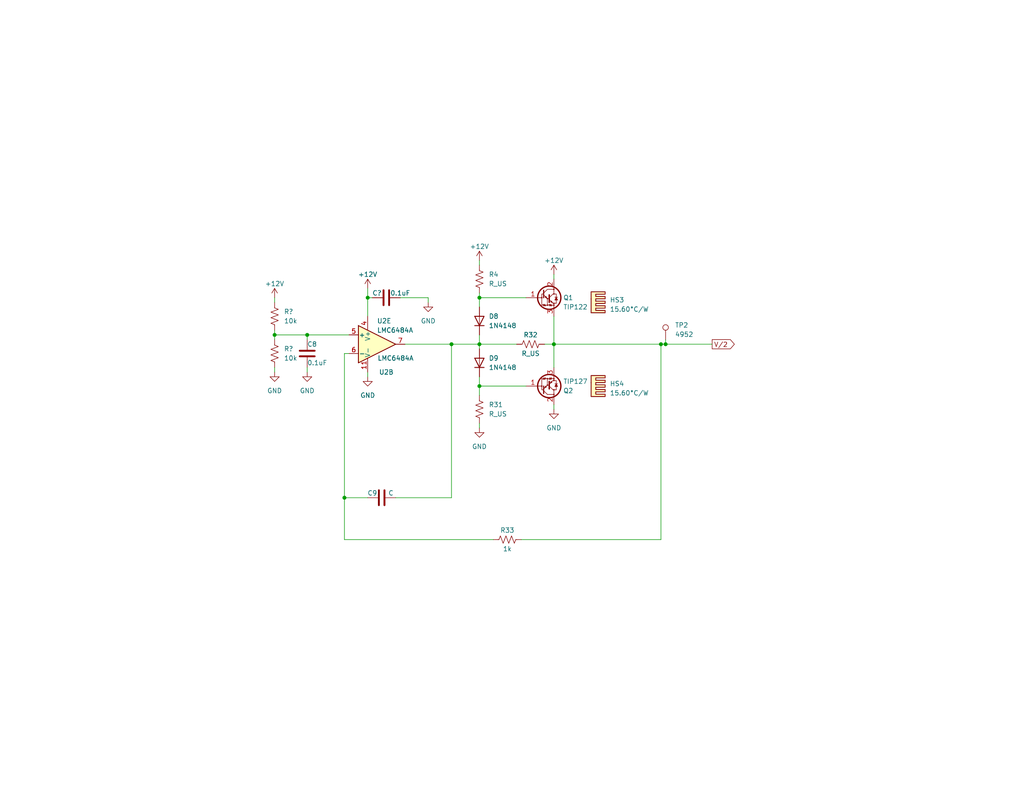
<source format=kicad_sch>
(kicad_sch (version 20230121) (generator eeschema)
  (paper "A")
  (title_block (date "2023-09-27") (rev "3") (comment 1 "Designed by Marek Newton"))
  (lib_symbols
    (symbol "Amplifier_Operational:LM6144xIx" (pin_names (offset 0.127))
      (property "Reference" "U" (at 0 5.08 0))
      (property "Value" "LM6144xIx" (at 0 -5.08 0))
      (symbol "LM6144xIx_1_1"
        (polyline (pts (xy -5.08 5.08) (xy 5.08 0) (xy -5.08 -5.08) (xy -5.08 5.08)) (stroke (width 0.254)) (fill (type background)))
        (pin output line (at 7.62 0 180) (length 2.54) (name "~") (number "1"))
        (pin input line (at -7.62 -2.54 0) (length 2.54) (name "-") (number "2"))
        (pin input line (at -7.62 2.54 0) (length 2.54) (name "+") (number "3"))
      )
      (symbol "LM6144xIx_2_1"
        (polyline (pts (xy -5.08 5.08) (xy 5.08 0) (xy -5.08 -5.08) (xy -5.08 5.08)) (stroke (width 0.254)) (fill (type background)))
        (pin input line (at -7.62 2.54 0) (length 2.54) (name "+") (number "5"))
        (pin input line (at -7.62 -2.54 0) (length 2.54) (name "-") (number "6"))
        (pin output line (at 7.62 0 180) (length 2.54) (name "~") (number "7"))
      )
      (symbol "LM6144xIx_3_1"
        (polyline (pts (xy -5.08 5.08) (xy 5.08 0) (xy -5.08 -5.08) (xy -5.08 5.08)) (stroke (width 0.254)) (fill (type background)))
        (pin input line (at -7.62 2.54 0) (length 2.54) (name "+") (number "10"))
        (pin output line (at 7.62 0 180) (length 2.54) (name "~") (number "8"))
        (pin input line (at -7.62 -2.54 0) (length 2.54) (name "-") (number "9"))
      )
      (symbol "LM6144xIx_4_1"
        (polyline (pts (xy -5.08 5.08) (xy 5.08 0) (xy -5.08 -5.08) (xy -5.08 5.08)) (stroke (width 0.254)) (fill (type background)))
        (pin input line (at -7.62 2.54 0) (length 2.54) (name "+") (number "12"))
        (pin input line (at -7.62 -2.54 0) (length 2.54) (name "-") (number "13"))
        (pin output line (at 7.62 0 180) (length 2.54) (name "~") (number "14"))
      )
      (symbol "LM6144xIx_5_1"
        (pin power_in line (at -2.54 -7.62 90) (length 3.81) (name "V-") (number "11"))
        (pin power_in line (at -2.54 7.62 270) (length 3.81) (name "V+") (number "4"))
      )
    )
    (symbol "Connector:TestPoint" (pin_numbers hide) (pin_names (offset 0.762) hide)
      (property "Reference" "TP" (at 0 6.858 0))
      (property "Value" "TestPoint" (at 0 5.08 0))
      (symbol "TestPoint_0_1"
        (circle (center 0 3.302) (radius 0.762))
      )
      (symbol "TestPoint_1_1"
        (pin passive line (at 0 0 90) (length 2.54) (name "1") (number "1"))
      )
    )
    (symbol "Device:C" (pin_numbers hide) (pin_names (offset 0.254))
      (property "Reference" "C" (at 0.635 2.54 0))
      (property "Value" "C" (at 0.635 -2.54 0))
      (symbol "C_0_1"
        (polyline (pts (xy -2.032 -0.762) (xy 2.032 -0.762)) (stroke (width 0.508)))
        (polyline (pts (xy -2.032 0.762) (xy 2.032 0.762)) (stroke (width 0.508)))
      )
      (symbol "C_1_1"
        (pin passive line (at 0 3.81 270) (length 2.794) (name "~") (number "1"))
        (pin passive line (at 0 -3.81 90) (length 2.794) (name "~") (number "2"))
      )
    )
    (symbol "Device:R_US" (pin_numbers hide) (pin_names (offset 0))
      (property "Reference" "R" (at 2.54 0 90))
      (property "Value" "R_US" (at -2.54 0 90))
      (symbol "R_US_0_1"
        (polyline (pts (xy 0 -2.286) (xy 0 -2.54)))
        (polyline (pts (xy 0 2.286) (xy 0 2.54)))
        (polyline (pts (xy 0 -0.762) (xy 1.016 -1.143) (xy 0 -1.524) (xy -1.016 -1.905) (xy 0 -2.286)))
        (polyline (pts (xy 0 0.762) (xy 1.016 0.381) (xy 0 0) (xy -1.016 -0.381) (xy 0 -0.762)))
        (polyline (pts (xy 0 2.286) (xy 1.016 1.905) (xy 0 1.524) (xy -1.016 1.143) (xy 0 0.762)))
      )
      (symbol "R_US_1_1"
        (pin passive line (at 0 3.81 270) (length 1.27) (name "~") (number "1"))
        (pin passive line (at 0 -3.81 90) (length 1.27) (name "~") (number "2"))
      )
    )
    (symbol "Diode:1N4148" (pin_numbers hide) (pin_names hide)
      (property "Reference" "D" (at 0 2.54 0))
      (property "Value" "1N4148" (at 0 -2.54 0))
      (symbol "1N4148_0_1"
        (polyline (pts (xy -1.27 1.27) (xy -1.27 -1.27)) (stroke (width 0.254)))
        (polyline (pts (xy 1.27 0) (xy -1.27 0)))
        (polyline (pts (xy 1.27 1.27) (xy 1.27 -1.27) (xy -1.27 0) (xy 1.27 1.27)) (stroke (width 0.254)))
      )
      (symbol "1N4148_1_1"
        (pin passive line (at -3.81 0 0) (length 2.54) (name "K") (number "1"))
        (pin passive line (at 3.81 0 180) (length 2.54) (name "A") (number "2"))
      )
    )
    (symbol "Mechanical:Heatsink" (pin_names (offset 1.016))
      (property "Reference" "HS" (at 0 5.08 0))
      (property "Value" "Heatsink" (at 0 -1.27 0))
      (symbol "Heatsink_0_1"
        (polyline (pts (xy -0.3302 1.27) (xy -0.9652 1.27) (xy -0.9652 3.81) (xy -1.6002 3.81) (xy -1.6002 1.27) (xy -2.2352 1.27) (xy -2.2352 3.81) (xy -2.8702 3.81) (xy -2.8702 0) (xy -0.9652 0)) (stroke (width 0.254)) (fill (type background)))
        (polyline (pts (xy -0.3302 1.27) (xy -0.3302 3.81) (xy 0.3048 3.81) (xy 0.3048 1.27) (xy 0.9398 1.27) (xy 0.9398 3.81) (xy 1.5748 3.81) (xy 1.5748 1.27) (xy 2.2098 1.27) (xy 2.2098 3.81) (xy 2.8448 3.81) (xy 2.8448 0) (xy -0.9652 0)) (stroke (width 0.254)) (fill (type background)))
      )
    )
    (symbol "Transistor_BJT:TIP122" (pin_names (offset 0) hide)
      (property "Reference" "Q" (at 5.08 1.905 0))
      (property "Value" "TIP122" (at 5.08 0 0))
      (symbol "TIP122_0_1"
        (circle (center -0.762 0) (radius 0.127))
        (polyline (pts (xy -1.27 0) (xy -0.889 0)))
        (polyline (pts (xy 2.54 -2.032) (xy 2.54 -2.54)))
        (polyline (pts (xy 2.54 -1.524) (xy 3.175 -1.524)))
        (polyline (pts (xy 2.794 0.127) (xy 3.556 0.127)))
        (polyline (pts (xy 3.175 -0.635) (xy 3.175 -1.524)))
        (polyline (pts (xy 3.175 1.016) (xy 2.54 1.016)))
        (polyline (pts (xy 3.175 1.016) (xy 3.175 0.127)))
        (polyline (pts (xy -0.254 0.762) (xy 0.762 -0.254) (xy 1.27 -0.254)))
        (polyline (pts (xy -0.254 1.016) (xy -0.762 1.016) (xy -0.762 -2.032)))
        (polyline (pts (xy -0.254 1.27) (xy 0.762 2.286) (xy 2.54 2.286)))
        (polyline (pts (xy -0.254 2.032) (xy -0.254 0) (xy -0.254 0)) (stroke (width 0.3048)))
        (polyline (pts (xy 1.27 0.762) (xy 1.27 -1.27) (xy 1.27 -1.27)) (stroke (width 0.381)))
        (polyline (pts (xy 0.635 -0.127) (xy 0.381 0.381) (xy 0.127 0.127) (xy 0.635 -0.127)))
        (polyline (pts (xy 1.27 -0.508) (xy 2.286 -1.524) (xy 2.54 -1.524) (xy 2.54 -2.032)))
        (polyline (pts (xy 1.27 0) (xy 2.286 1.016) (xy 2.54 1.016) (xy 2.54 2.286)))
        (polyline (pts (xy 2.159 -1.397) (xy 1.905 -0.889) (xy 1.651 -1.143) (xy 2.159 -1.397)))
        (polyline (pts (xy 3.175 0.127) (xy 2.794 -0.635) (xy 3.556 -0.635) (xy 3.175 0.127)) (fill (type outline)))
        (polyline (pts (xy 0.762 -2.032) (xy 0.381 -2.032) (xy 0.254 -2.286) (xy 0.127 -1.778) (xy 0 -2.286) (xy -0.127 -1.778) (xy -0.254 -2.286) (xy -0.381 -1.778) (xy -0.508 -2.032) (xy -0.762 -2.032)))
        (polyline (pts (xy 0.762 -0.254) (xy 0.762 -2.032) (xy 1.143 -2.032) (xy 1.27 -1.778) (xy 1.397 -2.286) (xy 1.524 -1.778) (xy 1.651 -2.286) (xy 1.778 -1.778) (xy 1.905 -2.286) (xy 2.032 -2.032) (xy 2.54 -2.032)))
        (circle (center 0.762 -2.032) (radius 0.127))
        (circle (center 0.762 -0.254) (radius 0.127))
        (circle (center 1.27 0) (radius 3.175) (stroke (width 0.3556)))
        (circle (center 2.54 -2.032) (radius 0.127))
        (circle (center 2.54 -1.524) (radius 0.127))
        (circle (center 2.54 1.016) (radius 0.127))
        (circle (center 2.54 2.286) (radius 0.127))
      )
      (symbol "TIP122_1_1"
        (pin input line (at -5.08 0 0) (length 3.81) (name "B") (number "1"))
        (pin passive line (at 2.54 5.08 270) (length 2.667) (name "C") (number "2"))
        (pin passive line (at 2.54 -5.08 90) (length 2.54) (name "E") (number "3"))
      )
    )
    (symbol "Transistor_BJT:TIP127" (pin_names (offset 0) hide)
      (property "Reference" "Q" (at 5.08 1.905 0))
      (property "Value" "TIP127" (at 5.08 0 0))
      (symbol "TIP127_0_1"
        (circle (center -0.762 0) (radius 0.127))
        (polyline (pts (xy -1.27 0) (xy -0.889 0)))
        (polyline (pts (xy 2.54 -2.032) (xy 2.54 -2.54)))
        (polyline (pts (xy 2.54 -1.524) (xy 3.175 -1.524)))
        (polyline (pts (xy 2.794 -0.635) (xy 3.556 -0.635)))
        (polyline (pts (xy 3.175 -1.524) (xy 3.175 -0.635)))
        (polyline (pts (xy 3.175 0.127) (xy 3.175 1.016)))
        (polyline (pts (xy 3.175 1.016) (xy 2.54 1.016)))
        (polyline (pts (xy -0.254 0.762) (xy 0.762 -0.254) (xy 1.27 -0.254)))
        (polyline (pts (xy -0.254 1.016) (xy -0.762 1.016) (xy -0.762 -2.032)))
        (polyline (pts (xy -0.254 1.27) (xy 0.762 2.286) (xy 2.54 2.286)))
        (polyline (pts (xy -0.254 2.032) (xy -0.254 0) (xy -0.254 0)) (stroke (width 0.3048)))
        (polyline (pts (xy 1.27 0.762) (xy 1.27 -1.27) (xy 1.27 -1.27)) (stroke (width 0.381)))
        (polyline (pts (xy 0 0.508) (xy 0.254 0) (xy 0.508 0.254) (xy 0 0.508)))
        (polyline (pts (xy 1.27 -0.508) (xy 2.286 -1.524) (xy 2.54 -1.524) (xy 2.54 -2.032)))
        (polyline (pts (xy 1.27 0) (xy 2.286 1.016) (xy 2.54 1.016) (xy 2.54 2.286)))
        (polyline (pts (xy 1.524 -0.762) (xy 1.778 -1.27) (xy 2.032 -1.016) (xy 1.524 -0.762)))
        (polyline (pts (xy 3.175 -0.635) (xy 2.794 0.127) (xy 3.556 0.127) (xy 3.175 -0.635)) (fill (type outline)))
        (polyline (pts (xy 0.762 -2.032) (xy 0.381 -2.032) (xy 0.254 -2.286) (xy 0.127 -1.778) (xy 0 -2.286) (xy -0.127 -1.778) (xy -0.254 -2.286) (xy -0.381 -1.778) (xy -0.508 -2.032) (xy -0.762 -2.032)))
        (polyline (pts (xy 0.762 -0.254) (xy 0.762 -2.032) (xy 1.143 -2.032) (xy 1.27 -1.778) (xy 1.397 -2.286) (xy 1.524 -1.778) (xy 1.651 -2.286) (xy 1.778 -1.778) (xy 1.905 -2.286) (xy 2.032 -2.032) (xy 2.54 -2.032)))
        (circle (center 0.762 -2.032) (radius 0.127))
        (circle (center 0.762 -0.254) (radius 0.127))
        (circle (center 1.27 0) (radius 3.175) (stroke (width 0.3556)))
        (circle (center 2.54 -2.032) (radius 0.127))
        (circle (center 2.54 -1.524) (radius 0.127))
        (circle (center 2.54 1.016) (radius 0.127))
        (circle (center 2.54 2.286) (radius 0.127))
      )
      (symbol "TIP127_1_1"
        (pin input line (at -5.08 0 0) (length 3.81) (name "B") (number "1"))
        (pin passive line (at 2.54 5.08 270) (length 2.667) (name "C") (number "2"))
        (pin passive line (at 2.54 -5.08 90) (length 2.54) (name "E") (number "3"))
      )
    )
    (symbol "power:+12V" (power) (pin_names (offset 0))
      (property "Value" "+12V" (at 0 3.556 0))
      (symbol "+12V_0_1"
        (polyline (pts (xy -0.762 1.27) (xy 0 2.54)))
        (polyline (pts (xy 0 0) (xy 0 2.54)))
        (polyline (pts (xy 0 2.54) (xy 0.762 1.27)))
      )
      (symbol "+12V_1_1"
        (pin power_in line (at 0 0 90) (length 0) hide (name "+12V") (number "1"))
      )
    )
    (symbol "power:GND" (power) (pin_names (offset 0))
      (property "Value" "GND" (at 0 -3.81 0))
      (symbol "GND_0_1"
        (polyline (pts (xy 0 0) (xy 0 -1.27) (xy 1.27 -1.27) (xy 0 -2.54) (xy -1.27 -1.27) (xy 0 -1.27)))
      )
      (symbol "GND_1_1"
        (pin power_in line (at 0 0 270) (length 0) hide (name "GND") (number "1"))
      )
    )
  )
  (junction (at 123.19 93.98))
  (junction (at 130.81 105.41))
  (junction (at 181.61 93.98))
  (junction (at 130.81 93.98))
  (junction (at 151.13 93.98))
  (junction (at 83.82 91.44))
  (junction (at 180.34 93.98))
  (junction (at 74.93 91.44))
  (junction (at 100.33 81.28))
  (junction (at 130.81 81.28))
  (junction (at 93.98 135.89))
  (wire (pts (xy 180.34 93.98) (xy 180.34 147.32)))
  (wire (pts (xy 130.81 105.41) (xy 130.81 107.95)))
  (wire (pts (xy 100.33 81.28) (xy 100.33 86.36)))
  (wire (pts (xy 180.34 93.98) (xy 181.61 93.98)))
  (wire (pts (xy 116.84 82.55) (xy 116.84 81.28)))
  (wire (pts (xy 93.98 135.89) (xy 93.98 147.32)))
  (wire (pts (xy 151.13 93.98) (xy 180.34 93.98)))
  (wire (pts (xy 130.81 71.12) (xy 130.81 72.39)))
  (wire (pts (xy 151.13 93.98) (xy 151.13 100.33)))
  (wire (pts (xy 95.25 96.52) (xy 93.98 96.52)))
  (wire (pts (xy 74.93 91.44) (xy 74.93 92.71)))
  (wire (pts (xy 93.98 147.32) (xy 134.62 147.32)))
  (wire (pts (xy 181.61 93.98) (xy 194.31 93.98)))
  (wire (pts (xy 83.82 91.44) (xy 83.82 92.71)))
  (wire (pts (xy 181.61 92.71) (xy 181.61 93.98)))
  (wire (pts (xy 151.13 86.36) (xy 151.13 93.98)))
  (wire (pts (xy 110.49 93.98) (xy 123.19 93.98)))
  (wire (pts (xy 74.93 100.33) (xy 74.93 101.6)))
  (wire (pts (xy 107.95 135.89) (xy 123.19 135.89)))
  (wire (pts (xy 130.81 83.82) (xy 130.81 81.28)))
  (wire (pts (xy 83.82 91.44) (xy 95.25 91.44)))
  (wire (pts (xy 151.13 110.49) (xy 151.13 111.76)))
  (wire (pts (xy 142.24 147.32) (xy 180.34 147.32)))
  (wire (pts (xy 116.84 81.28) (xy 109.22 81.28)))
  (wire (pts (xy 101.6 81.28) (xy 100.33 81.28)))
  (wire (pts (xy 148.59 93.98) (xy 151.13 93.98)))
  (wire (pts (xy 93.98 96.52) (xy 93.98 135.89)))
  (wire (pts (xy 130.81 81.28) (xy 143.51 81.28)))
  (wire (pts (xy 130.81 93.98) (xy 130.81 95.25)))
  (wire (pts (xy 130.81 93.98) (xy 140.97 93.98)))
  (wire (pts (xy 123.19 135.89) (xy 123.19 93.98)))
  (wire (pts (xy 100.33 78.74) (xy 100.33 81.28)))
  (wire (pts (xy 100.33 101.6) (xy 100.33 102.87)))
  (wire (pts (xy 74.93 81.28) (xy 74.93 82.55)))
  (wire (pts (xy 93.98 135.89) (xy 100.33 135.89)))
  (wire (pts (xy 130.81 80.01) (xy 130.81 81.28)))
  (wire (pts (xy 130.81 115.57) (xy 130.81 116.84)))
  (wire (pts (xy 83.82 100.33) (xy 83.82 101.6)))
  (wire (pts (xy 130.81 105.41) (xy 143.51 105.41)))
  (wire (pts (xy 123.19 93.98) (xy 130.81 93.98)))
  (wire (pts (xy 151.13 74.93) (xy 151.13 76.2)))
  (wire (pts (xy 74.93 91.44) (xy 83.82 91.44)))
  (wire (pts (xy 130.81 102.87) (xy 130.81 105.41)))
  (wire (pts (xy 130.81 91.44) (xy 130.81 93.98)))
  (wire (pts (xy 74.93 90.17) (xy 74.93 91.44)))
  (global_label "V{slash}2" (shape output) (at 194.31 93.98 0) (property "Intersheetrefs" "${INTERSHEET_REFS}" (effects hide)))
  (symbol (lib_id "Mechanical:Heatsink") (at 161.29 105.41 270) (unit 1) (on_board no)
    (property "Reference" "HS4" (at 166.37 104.7623 90) (effects (justify left)))
    (property "Value" "15.60°C/W" (at 166.37 107.3023 90) (effects (justify left)))
  )
  (symbol (lib_id "power:+12V") (at 74.93 81.28 0) (unit 1)
    (property "Reference" "#PWR03" (effects hide))
    (property "Value" "+12V" (at 74.93 77.47 0))
  )
  (symbol (lib_id "Device:R_US") (at 130.81 111.76 0) (unit 1)
    (property "Reference" "R31" (at 133.35 110.49 0) (effects (justify left)))
    (property "Value" "R_US" (at 133.35 113.03 0) (effects (justify left)))
  )
  (symbol (lib_id "Device:C") (at 104.14 135.89 90) (unit 1)
    (property "Reference" "C9" (at 101.6 134.62 90))
    (property "Value" "C" (at 106.68 134.62 90))
  )
  (symbol (lib_id "power:GND") (at 83.82 101.6 0) (mirror y) (unit 1)
    (property "Reference" "#PWR?" (effects hide))
    (property "Value" "GND" (at 83.82 106.68 0))
    (instances (project "USB_curve_tracer" (path "" (reference "#PWR?") (unit 1)) (path "" (reference "#PWR037") (unit 1)) (path "" (reference "#PWR018") (unit 1))))
  )
  (symbol (lib_id "Device:R_US") (at 138.43 147.32 90) (unit 1)
    (property "Reference" "R33" (at 138.43 144.78 90))
    (property "Value" "1k" (at 138.43 149.86 90))
  )
  (symbol (lib_id "power:+12V") (at 130.81 71.12 0) (unit 1)
    (property "Reference" "#PWR021" (effects hide))
    (property "Value" "+12V" (at 130.81 67.31 0))
    (instances (project "USB_curve_tracer" (path "" (reference "#PWR021") (unit 1)) (path "" (reference "#PWR040") (unit 1))))
  )
  (symbol (lib_id "Transistor_BJT:TIP127") (at 148.59 105.41 0) (mirror x) (unit 1)
    (property "Reference" "Q2" (at 153.67 106.68 0) (effects (justify left)))
    (property "Value" "TIP127" (at 153.67 104.14 0) (effects (justify left)))
    (property "Footprint" "Package_TO_SOT_THT:TO-220-3_Vertical" (effects hide))
    (property "Datasheet" "https://www.onsemi.com/pub/Collateral/TIP120-D.PDF" (effects hide))
  )
  (symbol (lib_id "Mechanical:Heatsink") (at 161.29 82.55 270) (unit 1) (on_board no)
    (property "Reference" "HS3" (at 166.37 81.9023 90) (effects (justify left)))
    (property "Value" "15.60°C/W" (at 166.37 84.4423 90) (effects (justify left)))
  )
  (symbol (lib_id "Device:R_US") (at 130.81 76.2 0) (unit 1)
    (property "Reference" "R4" (at 133.35 74.93 0) (effects (justify left)))
    (property "Value" "R_US" (at 133.35 77.47 0) (effects (justify left)))
  )
  (symbol (lib_id "Amplifier_Operational:LM6144xIx") (at 102.87 93.98 0) (unit 2)
    (property "Reference" "U2" (at 105.41 101.6 0))
    (property "Value" "LMC6484A" (at 107.95 97.79 0))
    (property "Footprint" "Package_DIP:DIP-14_W7.62mm" (effects hide))
    (property "Datasheet" "https://www.ti.com/lit/ds/symlink/lm6142.pdf" (effects hide))
  )
  (symbol (lib_id "Device:R_US") (at 144.78 93.98 90) (unit 1)
    (property "Reference" "R32" (at 144.78 91.44 90))
    (property "Value" "R_US" (at 144.78 96.52 90))
  )
  (symbol (lib_id "power:GND") (at 116.84 82.55 0) (mirror y) (unit 1)
    (property "Reference" "#PWR?" (effects hide))
    (property "Value" "GND" (at 116.84 87.63 0))
    (instances (project "USB_curve_tracer" (path "" (reference "#PWR?") (unit 1)) (path "" (reference "#PWR022") (unit 1)) (path "" (reference "#PWR022") (unit 1))))
  )
  (symbol (lib_id "Diode:1N4148") (at 130.81 99.06 90) (unit 1)
    (property "Reference" "D9" (at 133.35 97.79 90) (effects (justify right)))
    (property "Value" "1N4148" (at 133.35 100.33 90) (effects (justify right)))
    (property "Footprint" "Diode_THT:D_DO-35_SOD27_P7.62mm_Horizontal" (effects hide))
    (property "Datasheet" "https://assets.nexperia.com/documents/data-sheet/1N4148_1N4448.pdf" (effects hide))
    (property "Sim.Device" "D" (effects hide))
    (property "Sim.Pins" "1=K 2=A" (effects hide))
  )
  (symbol (lib_id "power:GND") (at 74.93 101.6 0) (mirror y) (unit 1)
    (property "Reference" "#PWR?" (effects hide))
    (property "Value" "GND" (at 74.93 106.68 0))
    (instances (project "USB_curve_tracer" (path "" (reference "#PWR?") (unit 1)) (path "" (reference "#PWR04") (unit 1)) (path "" (reference "#PWR04") (unit 1))))
  )
  (symbol (lib_id "Connector:TestPoint") (at 181.61 92.71 0) (unit 1)
    (property "Reference" "TP2" (at 184.15 88.773 0) (effects (justify left)))
    (property "Value" "4952" (at 184.15 91.313 0) (effects (justify left)))
    (property "Footprint" "TestPoint:TestPoint_THTPad_D2.5mm_Drill1.2mm" (effects hide))
  )
  (symbol (lib_id "power:GND") (at 151.13 111.76 0) (mirror y) (unit 1)
    (property "Reference" "#PWR?" (effects hide))
    (property "Value" "GND" (at 151.13 116.84 0))
    (instances (project "USB_curve_tracer" (path "" (reference "#PWR?") (unit 1)) (path "" (reference "#PWR027") (unit 1)) (path "" (reference "#PWR037") (unit 1))))
  )
  (symbol (lib_id "Device:C") (at 83.82 96.52 0) (unit 1)
    (property "Reference" "C8" (at 83.82 93.98 0) (effects (justify left)))
    (property "Value" "0.1uF" (at 83.82 99.06 0) (effects (justify left)))
    (property "Footprint" "Capacitor_THT:C_Disc_D6.0mm_W2.5mm_P5.00mm" (effects hide))
    (instances (project "USB_curve_tracer" (path "" (reference "C8") (unit 1)) (path "" (reference "C4") (unit 1))))
  )
  (symbol (lib_id "power:GND") (at 100.33 102.87 0) (mirror y) (unit 1)
    (property "Reference" "#PWR?" (effects hide))
    (property "Value" "GND" (at 100.33 107.95 0))
    (instances (project "USB_curve_tracer" (path "" (reference "#PWR?") (unit 1)) (path "" (reference "#PWR020") (unit 1)) (path "" (reference "#PWR021") (unit 1))))
  )
  (symbol (lib_id "Device:C") (at 105.41 81.28 90) (unit 1)
    (property "Reference" "C?" (at 102.87 80.01 90))
    (property "Value" "0.1uF" (at 109.22 80.01 90))
    (property "Footprint" "Capacitor_THT:C_Disc_D6.0mm_W2.5mm_P5.00mm" (effects hide))
    (instances (project "USB_curve_tracer" (path "" (reference "C?") (unit 1)) (path "" (reference "C4") (unit 1)) (path "" (reference "C6") (unit 1))))
  )
  (symbol (lib_id "Device:R_US") (at 74.93 86.36 0) (unit 1)
    (property "Reference" "R?" (at 77.47 85.0899 0) (effects (justify left)))
    (property "Value" "10k" (at 77.47 87.6299 0) (effects (justify left)))
    (property "Footprint" "Resistor_THT:R_Axial_DIN0207_L6.3mm_D2.5mm_P7.62mm_Horizontal" (effects hide))
    (instances (project "USB_curve_tracer" (path "" (reference "R?") (unit 1)) (path "" (reference "R2") (unit 1)) (path "" (reference "R2") (unit 1))))
  )
  (symbol (lib_id "Diode:1N4148") (at 130.81 87.63 90) (unit 1)
    (property "Reference" "D8" (at 133.35 86.36 90) (effects (justify right)))
    (property "Value" "1N4148" (at 133.35 88.9 90) (effects (justify right)))
    (property "Footprint" "Diode_THT:D_DO-35_SOD27_P7.62mm_Horizontal" (effects hide))
    (property "Datasheet" "https://assets.nexperia.com/documents/data-sheet/1N4148_1N4448.pdf" (effects hide))
    (property "Sim.Device" "D" (effects hide))
    (property "Sim.Pins" "1=K 2=A" (effects hide))
  )
  (symbol (lib_id "Transistor_BJT:TIP122") (at 148.59 81.28 0) (unit 1)
    (property "Reference" "Q1" (at 153.67 81.28 0) (effects (justify left)))
    (property "Value" "TIP122" (at 153.67 83.82 0) (effects (justify left)))
    (property "Footprint" "Package_TO_SOT_THT:TO-220-3_Vertical" (effects hide))
    (property "Datasheet" "https://www.onsemi.com/pub/Collateral/TIP120-D.PDF" (effects hide))
  )
  (symbol (lib_id "Device:R_US") (at 74.93 96.52 0) (unit 1)
    (property "Reference" "R?" (at 77.47 95.2499 0) (effects (justify left)))
    (property "Value" "10k" (at 77.47 97.7899 0) (effects (justify left)))
    (property "Footprint" "Resistor_THT:R_Axial_DIN0207_L6.3mm_D2.5mm_P7.62mm_Horizontal" (effects hide))
    (instances (project "USB_curve_tracer" (path "" (reference "R?") (unit 1)) (path "" (reference "R3") (unit 1)) (path "" (reference "R3") (unit 1))))
  )
  (symbol (lib_id "power:GND") (at 130.81 116.84 0) (mirror y) (unit 1)
    (property "Reference" "#PWR?" (effects hide))
    (property "Value" "GND" (at 130.81 121.92 0))
    (instances (project "USB_curve_tracer" (path "" (reference "#PWR?") (unit 1)) (path "" (reference "#PWR027") (unit 1)) (path "" (reference "#PWR041") (unit 1))))
  )
  (symbol (lib_id "power:+12V") (at 100.33 78.74 0) (unit 1)
    (property "Reference" "#PWR018" (effects hide))
    (property "Value" "+12V" (at 100.33 74.93 0))
    (instances (project "USB_curve_tracer" (path "" (reference "#PWR018") (unit 1)) (path "" (reference "#PWR020") (unit 1))))
  )
  (symbol (lib_id "Amplifier_Operational:LM6144xIx") (at 102.87 93.98 0) (unit 5)
    (property "Reference" "U2" (at 102.87 87.63 0) (effects (justify left)))
    (property "Value" "LMC6484A" (at 102.87 90.17 0) (effects (justify left)))
    (property "Footprint" "Package_DIP:DIP-14_W7.62mm" (effects hide))
    (property "Datasheet" "https://www.ti.com/lit/ds/symlink/lm6142.pdf" (effects hide))
  )
  (symbol (lib_id "power:+12V") (at 151.13 74.93 0) (unit 1)
    (property "Reference" "#PWR021" (effects hide))
    (property "Value" "+12V" (at 151.13 71.12 0))
    (instances (project "USB_curve_tracer" (path "" (reference "#PWR021") (unit 1)) (path "" (reference "#PWR027") (unit 1))))
  )
)
</source>
